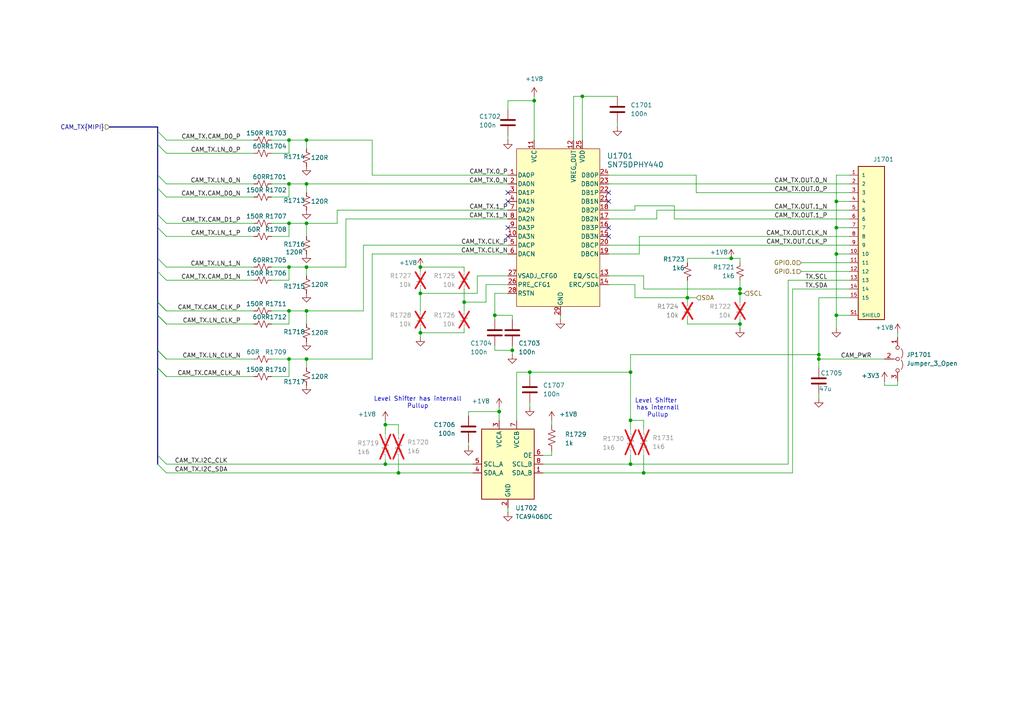
<source format=kicad_sch>
(kicad_sch (version 20250114) (generator "eeschema") (generator_version "9.0")
  (paper "A4")
  (title_block (date "2025-09-13") (rev "A"))
  (lib_symbols
    (symbol "Device:C" (pin_numbers (hide yes)) (pin_names (offset 0.254))
      (property "Reference" "C" (at 0.635 2.54 0))
      (property "Value" "C" (at 0.635 -2.54 0))
      (symbol "C_0_1"
        (polyline (pts (xy -2.032 0.762) (xy 2.032 0.762)) (stroke (width 0.508)))
        (polyline (pts (xy -2.032 -0.762) (xy 2.032 -0.762)) (stroke (width 0.508)))
      )
      (symbol "C_1_1"
        (pin passive line (at 0 3.81 270) (length 2.794) (name "~") (number "1"))
        (pin passive line (at 0 -3.81 90) (length 2.794) (name "~") (number "2"))
      )
    )
    (symbol "Device:R_Small_US" (pin_numbers (hide yes)) (pin_names (offset 0.254) (hide yes))
      (property "Reference" "R" (at 0.762 0.508 0))
      (property "Value" "R_Small_US" (at 0.762 -1.016 0))
      (symbol "R_Small_US_1_1"
        (polyline (pts (xy 0 1.524) (xy 1.016 1.143) (xy 0 0.762) (xy -1.016 0.381) (xy 0 0)))
        (polyline (pts (xy 0 0) (xy 1.016 -0.381) (xy 0 -0.762) (xy -1.016 -1.143) (xy 0 -1.524)))
        (pin passive line (at 0 2.54 270) (length 1.016) (name "~") (number "1"))
        (pin passive line (at 0 -2.54 90) (length 1.016) (name "~") (number "2"))
      )
    )
    (symbol "Device:R_US" (pin_numbers (hide yes)) (pin_names (offset 0))
      (property "Reference" "R" (at 2.54 0 90))
      (property "Value" "R_US" (at -2.54 0 90))
      (symbol "R_US_0_1"
        (polyline (pts (xy 0 2.286) (xy 0 2.54)))
        (polyline (pts (xy 0 2.286) (xy 1.016 1.905) (xy 0 1.524) (xy -1.016 1.143) (xy 0 0.762)))
        (polyline (pts (xy 0 0.762) (xy 1.016 0.381) (xy 0 0) (xy -1.016 -0.381) (xy 0 -0.762)))
        (polyline (pts (xy 0 -0.762) (xy 1.016 -1.143) (xy 0 -1.524) (xy -1.016 -1.905) (xy 0 -2.286)))
        (polyline (pts (xy 0 -2.286) (xy 0 -2.54)))
      )
      (symbol "R_US_1_1"
        (pin passive line (at 0 3.81 270) (length 1.27) (name "~") (number "1"))
        (pin passive line (at 0 -3.81 90) (length 1.27) (name "~") (number "2"))
      )
    )
    (symbol "Interface:TCA9406DC"
      (property "Reference" "U" (at -7.62 11.43 0))
      (property "Value" "TCA9406DC" (at 5.08 11.43 0))
      (symbol "TCA9406DC_0_1"
        (rectangle (start -7.62 10.16) (end 7.62 -10.16) (stroke (width 0.254)) (fill (type background)))
      )
      (symbol "TCA9406DC_1_1"
        (pin bidirectional line (at -10.16 0 0) (length 2.54) (name "SCL_A") (number "5"))
        (pin bidirectional line (at -10.16 -2.54 0) (length 2.54) (name "SDA_A") (number "4"))
        (pin power_in line (at -2.54 12.7 270) (length 2.54) (name "VCCA") (number "3"))
        (pin power_in line (at 0 -12.7 90) (length 2.54) (name "GND") (number "2"))
        (pin power_in line (at 2.54 12.7 270) (length 2.54) (name "VCCB") (number "7"))
        (pin input line (at 10.16 2.54 180) (length 2.54) (name "OE") (number "6"))
        (pin bidirectional line (at 10.16 0 180) (length 2.54) (name "SCL_B") (number "8"))
        (pin bidirectional line (at 10.16 -2.54 180) (length 2.54) (name "SDA_B") (number "1"))
      )
    )
    (symbol "Jumper:Jumper_3_Open" (pin_names (offset 0) (hide yes)) (in_bom no)
      (property "Reference" "JP" (at -2.54 -2.54 0))
      (property "Value" "Jumper_3_Open" (at 0 2.794 0))
      (symbol "Jumper_3_Open_0_0"
        (circle (center -3.302 0) (radius 0.508))
        (circle (center 0 0) (radius 0.508))
        (circle (center 3.302 0) (radius 0.508))
      )
      (symbol "Jumper_3_Open_0_1"
        (arc (start -3.048 1.016) (mid -1.651 1.4992) (end -0.254 1.016))
        (polyline (pts (xy 0 -0.508) (xy 0 -1.27)))
        (arc (start 0.254 1.016) (mid 1.651 1.4992) (end 3.048 1.016))
      )
      (symbol "Jumper_3_Open_1_1"
        (pin passive line (at -6.35 0 0) (length 2.54) (name "A") (number "1"))
        (pin passive line (at 0 -3.81 90) (length 2.54) (name "C") (number "2"))
        (pin passive line (at 6.35 0 180) (length 2.54) (name "B") (number "3"))
      )
    )
    (symbol "SN75DPHY:SN75DPHY440SSRHRT" (pin_names (offset 0.254))
      (property "Reference" "U" (at 20.574 -18.542 0))
      (property "Value" "SN75DPHY440" (at 21.59 -28.702 0))
      (symbol "SN75DPHY440SSRHRT_0_1"
        (pin bidirectional line (at 6.35 -2.54 0) (length 2.54) (name "DA0P") (number "1"))
        (pin bidirectional line (at 6.35 -5.08 0) (length 2.54) (name "DA0N") (number "2"))
        (pin bidirectional line (at 6.35 -7.62 0) (length 2.54) (name "DA1P") (number "3"))
        (pin bidirectional line (at 6.35 -10.16 0) (length 2.54) (name "DA1N") (number "4"))
        (pin bidirectional line (at 6.35 -12.7 0) (length 2.54) (name "DA2P") (number "7"))
        (pin bidirectional line (at 6.35 -15.24 0) (length 2.54) (name "DA2N") (number "8"))
        (pin bidirectional line (at 6.35 -17.78 0) (length 2.54) (name "DA3P") (number "9"))
        (pin bidirectional line (at 6.35 -20.32 0) (length 2.54) (name "DA3N") (number "10"))
        (pin bidirectional line (at 6.35 -22.86 0) (length 2.54) (name "DACP") (number "5"))
        (pin bidirectional line (at 6.35 -25.4 0) (length 2.54) (name "DACN") (number "6"))
        (pin unspecified line (at 6.35 -31.75 0) (length 2.54) (name "VSADJ_CFG0") (number "27"))
        (pin unspecified line (at 6.35 -34.29 0) (length 2.54) (name "PRE_CFG1") (number "26"))
        (pin unspecified line (at 6.35 -36.83 0) (length 2.54) (name "RSTN") (number "28"))
        (pin power_in line (at 13.97 7.62 270) (length 2.54) (name "VCC") (number "11"))
        (pin output line (at 25.4 7.62 270) (length 2.54) (name "VREG_OUT") (number "12"))
        (pin power_in line (at 27.94 7.62 270) (length 2.54) (name "VDD") (number "25"))
        (pin bidirectional line (at 35.56 -2.54 180) (length 2.54) (name "DB0P") (number "24"))
        (pin bidirectional line (at 35.56 -5.08 180) (length 2.54) (name "DB0N") (number "23"))
        (pin bidirectional line (at 35.56 -7.62 180) (length 2.54) (name "DB1P") (number "22"))
        (pin bidirectional line (at 35.56 -10.16 180) (length 2.54) (name "DB1N") (number "21"))
        (pin bidirectional line (at 35.56 -12.7 180) (length 2.54) (name "DB2P") (number "18"))
        (pin bidirectional line (at 35.56 -15.24 180) (length 2.54) (name "DB2N") (number "17"))
        (pin bidirectional line (at 35.56 -17.78 180) (length 2.54) (name "DB3P") (number "16"))
        (pin bidirectional line (at 35.56 -20.32 180) (length 2.54) (name "DB3N") (number "15"))
        (pin bidirectional line (at 35.56 -22.86 180) (length 2.54) (name "DBCP") (number "20"))
        (pin bidirectional line (at 35.56 -25.4 180) (length 2.54) (name "DBCN") (number "19"))
        (pin bidirectional line (at 35.56 -31.75 180) (length 2.54) (name "EQ/SCL") (number "13"))
        (pin bidirectional line (at 35.56 -34.29 180) (length 2.54) (name "ERC/SDA") (number "14"))
      )
      (symbol "SN75DPHY440SSRHRT_1_1"
        (rectangle (start 8.89 5.08) (end 33.02 -40.64) (fill (type background)))
        (pin power_in line (at 21.59 -43.18 90) (length 2.54) (name "GND") (number "29"))
      )
    )
    (symbol "camera1:SFW15R-2STE1LF" (pin_names (offset 1.016))
      (property "Reference" "J" (at -7.112 24.13 0))
      (property "Value" "SFW15R-2STE1LF" (at -7.62 -27.94 0))
      (symbol "SFW15R-2STE1LF_0_0"
        (rectangle (start -7.62 22.86) (end 0 -21.59) (stroke (width 0.254)) (fill (type background)))
        (pin passive line (at -10.16 20.32 0) (length 2.54) (name "1") (number "1"))
        (pin passive line (at -10.16 17.78 0) (length 2.54) (name "2") (number "2"))
        (pin passive line (at -10.16 15.24 0) (length 2.54) (name "3") (number "3"))
        (pin passive line (at -10.16 12.7 0) (length 2.54) (name "4") (number "4"))
        (pin passive line (at -10.16 10.16 0) (length 2.54) (name "5") (number "5"))
        (pin passive line (at -10.16 7.62 0) (length 2.54) (name "6") (number "6"))
        (pin passive line (at -10.16 5.08 0) (length 2.54) (name "7") (number "7"))
        (pin passive line (at -10.16 2.54 0) (length 2.54) (name "8") (number "8"))
        (pin passive line (at -10.16 0 0) (length 2.54) (name "9") (number "9"))
        (pin passive line (at -10.16 -2.54 0) (length 2.54) (name "10") (number "10"))
        (pin passive line (at -10.16 -5.08 0) (length 2.54) (name "11") (number "11"))
        (pin passive line (at -10.16 -7.62 0) (length 2.54) (name "12") (number "12"))
        (pin passive line (at -10.16 -10.16 0) (length 2.54) (name "13") (number "13"))
        (pin passive line (at -10.16 -12.7 0) (length 2.54) (name "14") (number "14"))
        (pin passive line (at -10.16 -15.24 0) (length 2.54) (name "15") (number "15"))
        (pin passive line (at -10.16 -20.32 0) (length 2.54) (name "SHIELD") (number "S1"))
        (pin passive line (at -10.16 -20.32 0) (length 2.54) (hide yes) (name "SHIELD__1") (number "S2"))
      )
    )
    (symbol "power:+1V8" (power) (pin_numbers (hide yes)) (pin_names (offset 0) (hide yes))
      (property "Value" "+1V8" (at 0 3.556 0))
      (symbol "+1V8_0_1"
        (polyline (pts (xy -0.762 1.27) (xy 0 2.54)))
        (polyline (pts (xy 0 2.54) (xy 0.762 1.27)))
        (polyline (pts (xy 0 0) (xy 0 2.54)))
      )
      (symbol "+1V8_1_1"
        (pin power_in line (at 0 0 90) (length 0) (name "~") (number "1"))
      )
    )
    (symbol "power:+3V3" (power) (pin_numbers (hide yes)) (pin_names (offset 0) (hide yes))
      (property "Value" "+3V3" (at 0 3.556 0))
      (symbol "+3V3_0_1"
        (polyline (pts (xy -0.762 1.27) (xy 0 2.54)))
        (polyline (pts (xy 0 2.54) (xy 0.762 1.27)))
        (polyline (pts (xy 0 0) (xy 0 2.54)))
      )
      (symbol "+3V3_1_1"
        (pin power_in line (at 0 0 90) (length 0) (name "~") (number "1"))
      )
    )
    (symbol "power:GND" (power) (pin_numbers (hide yes)) (pin_names (offset 0) (hide yes))
      (property "Value" "GND" (at 0 -3.81 0))
      (symbol "GND_0_1"
        (polyline (pts (xy 0 0) (xy 0 -1.27) (xy 1.27 -1.27) (xy 0 -2.54) (xy -1.27 -1.27) (xy 0 -1.27)))
      )
      (symbol "GND_1_1"
        (pin power_in line (at 0 0 270) (length 0) (name "~") (number "1"))
      )
    )
  )
  (text "Level Shifter has internall\nPullup" (at 121.158 116.84 0) (effects (font (size 1.27 1.27))))
  (text "Level Shifter \nhas internall\nPullup" (at 190.754 118.364 0) (effects (font (size 1.27 1.27))))
  (junction (at 182.88 121.92))
  (junction (at 242.57 91.44))
  (junction (at 214.63 93.98))
  (junction (at 121.92 85.09))
  (junction (at 237.49 102.87))
  (junction (at 134.62 87.63))
  (junction (at 111.76 134.62))
  (junction (at 186.69 137.16))
  (junction (at 242.57 58.42))
  (junction (at 83.82 53.34))
  (junction (at 111.76 123.19))
  (junction (at 83.82 104.14))
  (junction (at 148.59 101.6))
  (junction (at 182.88 107.95))
  (junction (at 214.63 85.09))
  (junction (at 154.94 29.21))
  (junction (at 168.91 27.94))
  (junction (at 83.82 90.17))
  (junction (at 214.63 83.82))
  (junction (at 121.92 96.52))
  (junction (at 143.51 91.44))
  (junction (at 153.67 107.95))
  (junction (at 199.39 86.36))
  (junction (at 121.92 77.47))
  (junction (at 83.82 40.64))
  (junction (at 242.57 73.66))
  (junction (at 83.82 77.47))
  (junction (at 88.9 77.47))
  (junction (at 88.9 90.17))
  (junction (at 242.57 66.04))
  (junction (at 182.88 134.62))
  (junction (at 237.49 104.14))
  (junction (at 144.78 119.38))
  (junction (at 212.09 74.93))
  (junction (at 115.57 137.16))
  (junction (at 88.9 53.34))
  (junction (at 88.9 104.14))
  (junction (at 88.9 40.64))
  (junction (at 83.82 64.77))
  (junction (at 88.9 64.77))
  (no_connect (at 147.32 68.58))
  (no_connect (at 176.53 66.04))
  (no_connect (at 176.53 55.88))
  (no_connect (at 147.32 55.88))
  (no_connect (at 147.32 58.42))
  (no_connect (at 147.32 66.04))
  (no_connect (at 176.53 68.58))
  (no_connect (at 176.53 58.42))
  (bus_entry (at 45.72 106.68) (size 2.54 2.54))
  (bus_entry (at 45.72 38.1) (size 2.54 2.54))
  (bus_entry (at 45.72 101.6) (size 2.54 2.54))
  (bus_entry (at 45.72 66.04) (size 2.54 2.54))
  (bus_entry (at 45.72 78.74) (size 2.54 2.54))
  (bus_entry (at 45.72 50.8) (size 2.54 2.54))
  (bus_entry (at 45.72 91.44) (size 2.54 2.54))
  (bus_entry (at 45.72 54.61) (size 2.54 2.54))
  (bus_entry (at 45.72 41.91) (size 2.54 2.54))
  (bus_entry (at 45.72 101.6) (size 2.54 2.54))
  (bus_entry (at 45.72 62.23) (size 2.54 2.54))
  (bus_entry (at 45.72 106.68) (size 2.54 2.54))
  (bus_entry (at 45.72 91.44) (size 2.54 2.54))
  (bus_entry (at 45.72 87.63) (size 2.54 2.54))
  (bus_entry (at 45.72 134.62) (size 2.54 2.54))
  (bus_entry (at 45.72 132.08) (size 2.54 2.54))
  (bus_entry (at 45.72 74.93) (size 2.54 2.54))
  (bus_entry (at 45.72 87.63) (size 2.54 2.54))
  (wire (pts (xy 88.9 80.01) (xy 88.9 77.47)))
  (wire (pts (xy 229.87 83.82) (xy 246.38 83.82)))
  (wire (pts (xy 184.15 59.69) (xy 184.15 60.96)))
  (wire (pts (xy 48.26 81.28) (xy 73.66 81.28)))
  (wire (pts (xy 153.67 118.11) (xy 153.67 116.84)))
  (wire (pts (xy 105.41 71.12) (xy 105.41 90.17)))
  (bus (pts (xy 45.72 66.04) (xy 45.72 74.93)))
  (bus (pts (xy 45.72 36.83) (xy 31.75 36.83)))
  (wire (pts (xy 186.69 83.82) (xy 214.63 83.82)))
  (wire (pts (xy 186.69 80.01) (xy 186.69 83.82)))
  (wire (pts (xy 176.53 82.55) (xy 184.15 82.55)))
  (wire (pts (xy 237.49 114.3) (xy 237.49 115.57)))
  (wire (pts (xy 134.62 77.47) (xy 121.92 77.47)))
  (wire (pts (xy 121.92 96.52) (xy 121.92 97.79)))
  (wire (pts (xy 148.59 91.44) (xy 148.59 92.71)))
  (wire (pts (xy 88.9 104.14) (xy 83.82 104.14)))
  (wire (pts (xy 148.59 91.44) (xy 143.51 91.44)))
  (bus (pts (xy 45.72 54.61) (xy 45.72 50.8)))
  (wire (pts (xy 154.94 29.21) (xy 154.94 40.64)))
  (wire (pts (xy 214.63 83.82) (xy 214.63 85.09)))
  (wire (pts (xy 100.33 77.47) (xy 100.33 63.5)))
  (bus (pts (xy 45.72 50.8) (xy 45.72 41.91)))
  (wire (pts (xy 107.95 73.66) (xy 107.95 104.14)))
  (wire (pts (xy 184.15 86.36) (xy 199.39 86.36)))
  (wire (pts (xy 256.54 111.76) (xy 260.35 111.76)))
  (wire (pts (xy 97.79 60.96) (xy 97.79 64.77)))
  (wire (pts (xy 260.35 111.76) (xy 260.35 110.49)))
  (wire (pts (xy 115.57 125.73) (xy 115.57 123.19)))
  (wire (pts (xy 134.62 83.82) (xy 134.62 87.63)))
  (wire (pts (xy 48.26 137.16) (xy 115.57 137.16)))
  (wire (pts (xy 214.63 74.93) (xy 212.09 74.93)))
  (wire (pts (xy 214.63 81.28) (xy 214.63 83.82)))
  (wire (pts (xy 182.88 107.95) (xy 182.88 121.92)))
  (bus (pts (xy 45.72 66.04) (xy 45.72 62.23)))
  (wire (pts (xy 162.56 92.71) (xy 162.56 91.44)))
  (wire (pts (xy 186.69 132.08) (xy 186.69 137.16)))
  (wire (pts (xy 199.39 74.93) (xy 212.09 74.93)))
  (wire (pts (xy 143.51 91.44) (xy 143.51 92.71)))
  (wire (pts (xy 228.6 81.28) (xy 228.6 134.62)))
  (wire (pts (xy 83.82 93.98) (xy 78.74 93.98)))
  (wire (pts (xy 199.39 86.36) (xy 199.39 87.63)))
  (wire (pts (xy 195.58 59.69) (xy 184.15 59.69)))
  (wire (pts (xy 242.57 73.66) (xy 246.38 73.66)))
  (wire (pts (xy 88.9 77.47) (xy 100.33 77.47)))
  (wire (pts (xy 83.82 64.77) (xy 83.82 68.58)))
  (wire (pts (xy 160.02 132.08) (xy 157.48 132.08)))
  (wire (pts (xy 182.88 121.92) (xy 186.69 121.92)))
  (wire (pts (xy 214.63 92.71) (xy 214.63 93.98)))
  (wire (pts (xy 134.62 77.47) (xy 134.62 78.74)))
  (wire (pts (xy 256.54 111.76) (xy 256.54 110.49)))
  (bus (pts (xy 45.72 132.08) (xy 45.72 134.62)))
  (wire (pts (xy 48.26 40.64) (xy 73.66 40.64)))
  (wire (pts (xy 176.53 53.34) (xy 246.38 53.34)))
  (wire (pts (xy 48.26 77.47) (xy 73.66 77.47)))
  (wire (pts (xy 160.02 121.92) (xy 160.02 123.19)))
  (wire (pts (xy 237.49 86.36) (xy 246.38 86.36)))
  (wire (pts (xy 154.94 27.94) (xy 154.94 29.21)))
  (wire (pts (xy 242.57 58.42) (xy 242.57 66.04)))
  (wire (pts (xy 214.63 85.09) (xy 214.63 87.63)))
  (wire (pts (xy 153.67 109.22) (xy 153.67 107.95)))
  (wire (pts (xy 242.57 66.04) (xy 246.38 66.04)))
  (wire (pts (xy 157.48 137.16) (xy 186.69 137.16)))
  (wire (pts (xy 88.9 90.17) (xy 83.82 90.17)))
  (wire (pts (xy 97.79 60.96) (xy 147.32 60.96)))
  (wire (pts (xy 83.82 68.58) (xy 78.74 68.58)))
  (wire (pts (xy 182.88 121.92) (xy 182.88 124.46)))
  (wire (pts (xy 121.92 85.09) (xy 121.92 90.17)))
  (wire (pts (xy 179.07 35.56) (xy 179.07 36.83)))
  (wire (pts (xy 107.95 50.8) (xy 107.95 40.64)))
  (wire (pts (xy 166.37 27.94) (xy 168.91 27.94)))
  (wire (pts (xy 88.9 104.14) (xy 107.95 104.14)))
  (wire (pts (xy 201.93 86.36) (xy 199.39 86.36)))
  (wire (pts (xy 143.51 101.6) (xy 143.51 100.33)))
  (wire (pts (xy 48.26 53.34) (xy 73.66 53.34)))
  (wire (pts (xy 195.58 63.5) (xy 246.38 63.5)))
  (wire (pts (xy 48.26 44.45) (xy 73.66 44.45)))
  (wire (pts (xy 83.82 104.14) (xy 78.74 104.14)))
  (wire (pts (xy 184.15 82.55) (xy 184.15 86.36)))
  (wire (pts (xy 148.59 100.33) (xy 148.59 101.6)))
  (wire (pts (xy 147.32 39.37) (xy 147.32 40.64)))
  (wire (pts (xy 214.63 93.98) (xy 214.63 95.25)))
  (wire (pts (xy 176.53 71.12) (xy 246.38 71.12)))
  (wire (pts (xy 138.43 80.01) (xy 147.32 80.01)))
  (wire (pts (xy 199.39 76.2) (xy 199.39 74.93)))
  (wire (pts (xy 147.32 85.09) (xy 143.51 85.09)))
  (wire (pts (xy 237.49 104.14) (xy 256.54 104.14)))
  (wire (pts (xy 237.49 102.87) (xy 237.49 104.14)))
  (wire (pts (xy 121.92 85.09) (xy 138.43 85.09)))
  (bus (pts (xy 45.72 91.44) (xy 45.72 87.63)))
  (wire (pts (xy 78.74 81.28) (xy 83.82 81.28)))
  (wire (pts (xy 83.82 109.22) (xy 83.82 104.14)))
  (wire (pts (xy 185.42 68.58) (xy 185.42 73.66)))
  (wire (pts (xy 195.58 59.69) (xy 195.58 63.5)))
  (wire (pts (xy 232.41 78.74) (xy 246.38 78.74)))
  (wire (pts (xy 186.69 137.16) (xy 229.87 137.16)))
  (bus (pts (xy 45.72 101.6) (xy 45.72 106.68)))
  (wire (pts (xy 147.32 147.32) (xy 147.32 148.59)))
  (wire (pts (xy 83.82 40.64) (xy 88.9 40.64)))
  (wire (pts (xy 88.9 64.77) (xy 97.79 64.77)))
  (wire (pts (xy 168.91 27.94) (xy 179.07 27.94)))
  (wire (pts (xy 157.48 134.62) (xy 182.88 134.62)))
  (wire (pts (xy 176.53 73.66) (xy 185.42 73.66)))
  (bus (pts (xy 45.72 101.6) (xy 45.72 91.44)))
  (wire (pts (xy 182.88 132.08) (xy 182.88 134.62)))
  (wire (pts (xy 182.88 107.95) (xy 182.88 102.87)))
  (wire (pts (xy 228.6 81.28) (xy 246.38 81.28)))
  (wire (pts (xy 134.62 87.63) (xy 140.97 87.63)))
  (wire (pts (xy 260.35 96.52) (xy 260.35 97.79)))
  (wire (pts (xy 190.5 60.96) (xy 246.38 60.96)))
  (wire (pts (xy 111.76 121.92) (xy 111.76 123.19)))
  (wire (pts (xy 83.82 90.17) (xy 83.82 93.98)))
  (wire (pts (xy 190.5 63.5) (xy 176.53 63.5)))
  (wire (pts (xy 166.37 27.94) (xy 166.37 40.64)))
  (wire (pts (xy 229.87 83.82) (xy 229.87 137.16)))
  (wire (pts (xy 232.41 76.2) (xy 246.38 76.2)))
  (wire (pts (xy 48.26 93.98) (xy 73.66 93.98)))
  (wire (pts (xy 48.26 109.22) (xy 73.66 109.22)))
  (wire (pts (xy 88.9 93.98) (xy 88.9 90.17)))
  (wire (pts (xy 215.9 85.09) (xy 214.63 85.09)))
  (wire (pts (xy 149.86 107.95) (xy 149.86 121.92)))
  (wire (pts (xy 88.9 77.47) (xy 83.82 77.47)))
  (wire (pts (xy 199.39 81.28) (xy 199.39 86.36)))
  (wire (pts (xy 105.41 71.12) (xy 147.32 71.12)))
  (wire (pts (xy 237.49 104.14) (xy 237.49 106.68)))
  (wire (pts (xy 121.92 96.52) (xy 134.62 96.52)))
  (wire (pts (xy 83.82 77.47) (xy 78.74 77.47)))
  (wire (pts (xy 176.53 80.01) (xy 186.69 80.01)))
  (wire (pts (xy 199.39 92.71) (xy 199.39 93.98)))
  (wire (pts (xy 184.15 60.96) (xy 176.53 60.96)))
  (wire (pts (xy 214.63 74.93) (xy 214.63 76.2)))
  (wire (pts (xy 88.9 53.34) (xy 147.32 53.34)))
  (wire (pts (xy 48.26 57.15) (xy 73.66 57.15)))
  (wire (pts (xy 121.92 95.25) (xy 121.92 96.52)))
  (wire (pts (xy 78.74 64.77) (xy 83.82 64.77)))
  (wire (pts (xy 140.97 82.55) (xy 147.32 82.55)))
  (wire (pts (xy 88.9 64.77) (xy 83.82 64.77)))
  (wire (pts (xy 135.89 119.38) (xy 144.78 119.38)))
  (wire (pts (xy 140.97 82.55) (xy 140.97 87.63)))
  (wire (pts (xy 242.57 91.44) (xy 242.57 95.25)))
  (wire (pts (xy 88.9 106.68) (xy 88.9 104.14)))
  (wire (pts (xy 83.82 57.15) (xy 83.82 53.34)))
  (bus (pts (xy 45.72 78.74) (xy 45.72 87.63)))
  (bus (pts (xy 45.72 38.1) (xy 45.72 36.83)))
  (wire (pts (xy 242.57 73.66) (xy 242.57 91.44)))
  (wire (pts (xy 201.93 55.88) (xy 246.38 55.88)))
  (wire (pts (xy 242.57 91.44) (xy 246.38 91.44)))
  (wire (pts (xy 48.26 90.17) (xy 73.66 90.17)))
  (wire (pts (xy 144.78 118.11) (xy 144.78 119.38)))
  (wire (pts (xy 147.32 29.21) (xy 154.94 29.21)))
  (wire (pts (xy 242.57 66.04) (xy 242.57 73.66)))
  (wire (pts (xy 115.57 137.16) (xy 137.16 137.16)))
  (wire (pts (xy 242.57 50.8) (xy 242.57 58.42)))
  (wire (pts (xy 83.82 53.34) (xy 78.74 53.34)))
  (wire (pts (xy 100.33 63.5) (xy 147.32 63.5)))
  (wire (pts (xy 135.89 128.27) (xy 135.89 129.54)))
  (wire (pts (xy 186.69 124.46) (xy 186.69 121.92)))
  (bus (pts (xy 45.72 78.74) (xy 45.72 74.93)))
  (wire (pts (xy 168.91 40.64) (xy 168.91 27.94)))
  (wire (pts (xy 176.53 50.8) (xy 201.93 50.8)))
  (wire (pts (xy 111.76 133.35) (xy 111.76 134.62)))
  (wire (pts (xy 78.74 109.22) (xy 83.82 109.22)))
  (wire (pts (xy 147.32 50.8) (xy 107.95 50.8)))
  (wire (pts (xy 153.67 107.95) (xy 182.88 107.95)))
  (wire (pts (xy 242.57 58.42) (xy 246.38 58.42)))
  (wire (pts (xy 83.82 40.64) (xy 83.82 44.45)))
  (wire (pts (xy 88.9 40.64) (xy 107.95 40.64)))
  (wire (pts (xy 48.26 68.58) (xy 73.66 68.58)))
  (wire (pts (xy 148.59 101.6) (xy 143.51 101.6)))
  (wire (pts (xy 88.9 90.17) (xy 105.41 90.17)))
  (wire (pts (xy 78.74 40.64) (xy 83.82 40.64)))
  (wire (pts (xy 107.95 73.66) (xy 147.32 73.66)))
  (wire (pts (xy 201.93 55.88) (xy 201.93 50.8)))
  (wire (pts (xy 83.82 44.45) (xy 78.74 44.45)))
  (wire (pts (xy 88.9 68.58) (xy 88.9 64.77)))
  (wire (pts (xy 160.02 130.81) (xy 160.02 132.08)))
  (wire (pts (xy 48.26 134.62) (xy 111.76 134.62)))
  (wire (pts (xy 147.32 29.21) (xy 147.32 31.75)))
  (wire (pts (xy 182.88 102.87) (xy 237.49 102.87)))
  (wire (pts (xy 144.78 119.38) (xy 144.78 121.92)))
  (bus (pts (xy 45.72 62.23) (xy 45.72 54.61)))
  (wire (pts (xy 88.9 55.88) (xy 88.9 53.34)))
  (wire (pts (xy 153.67 107.95) (xy 149.86 107.95)))
  (wire (pts (xy 148.59 102.87) (xy 148.59 101.6)))
  (bus (pts (xy 45.72 41.91) (xy 45.72 38.1)))
  (wire (pts (xy 182.88 134.62) (xy 228.6 134.62)))
  (wire (pts (xy 115.57 133.35) (xy 115.57 137.16)))
  (wire (pts (xy 134.62 87.63) (xy 134.62 90.17)))
  (wire (pts (xy 83.82 81.28) (xy 83.82 77.47)))
  (wire (pts (xy 199.39 93.98) (xy 214.63 93.98)))
  (wire (pts (xy 78.74 57.15) (xy 83.82 57.15)))
  (wire (pts (xy 78.74 90.17) (xy 83.82 90.17)))
  (bus (pts (xy 45.72 106.68) (xy 45.72 132.08)))
  (wire (pts (xy 237.49 86.36) (xy 237.49 102.87)))
  (wire (pts (xy 190.5 60.96) (xy 190.5 63.5)))
  (wire (pts (xy 246.38 68.58) (xy 185.42 68.58)))
  (wire (pts (xy 121.92 78.74) (xy 121.92 77.47)))
  (wire (pts (xy 138.43 85.09) (xy 138.43 80.01)))
  (wire (pts (xy 88.9 43.18) (xy 88.9 40.64)))
  (wire (pts (xy 111.76 123.19) (xy 111.76 125.73)))
  (wire (pts (xy 134.62 95.25) (xy 134.62 96.52)))
  (wire (pts (xy 121.92 83.82) (xy 121.92 85.09)))
  (wire (pts (xy 135.89 119.38) (xy 135.89 120.65)))
  (wire (pts (xy 48.26 104.14) (xy 73.66 104.14)))
  (wire (pts (xy 246.38 50.8) (xy 242.57 50.8)))
  (wire (pts (xy 88.9 53.34) (xy 83.82 53.34)))
  (wire (pts (xy 143.51 85.09) (xy 143.51 91.44)))
  (wire (pts (xy 48.26 64.77) (xy 73.66 64.77)))
  (wire (pts (xy 115.57 123.19) (xy 111.76 123.19)))
  (wire (pts (xy 111.76 134.62) (xy 137.16 134.62)))
  (label "CAM_TX.OUT.0_P" (at 240.03 55.88 180))
  (label "CAM_TX.CAM_D1_P" (at 69.85 64.77 180))
  (label "CAM_TX.0_P" (at 147.32 50.8 180))
  (label "CAM_TX.LN_1_N" (at 69.85 77.47 180))
  (label "CAM_TX.CAM_CLK_N" (at 69.85 109.22 180))
  (label "CAM_TX.LN_0_P" (at 69.85 44.45 180))
  (label "CAM_TX.LN_0_N" (at 69.85 53.34 180))
  (label "TX.SDA" (at 240.03 83.82 180))
  (label "CAM_TX.CAM_D0_N" (at 69.85 57.15 180))
  (label "CAM_TX.CLK_P" (at 147.32 71.12 180))
  (label "CAM_TX.OUT.CLK_N" (at 240.03 68.58 180))
  (label "CAM_TX.0_N" (at 147.32 53.34 180))
  (label "CAM_TX.CAM_D0_P" (at 69.85 40.64 180))
  (label "CAM_TX.LN_1_P" (at 69.85 68.58 180))
  (label "CAM_TX.I2C_SDA" (at 66.04 137.16 180))
  (label "CAM_TX.CLK_N" (at 147.32 73.66 180))
  (label "CAM_TX.LN_CLK_N" (at 69.85 104.14 180))
  (label "CAM_TX.OUT.0_N" (at 240.03 53.34 180))
  (label "CAM_PWR" (at 243.84 104.14 0))
  (label "CAM_TX.1_P" (at 147.32 60.96 180))
  (label "CAM_TX.1_N" (at 147.32 63.5 180))
  (label "CAM_TX.LN_CLK_P" (at 69.85 93.98 180))
  (label "CAM_TX.I2C_CLK" (at 66.04 134.62 180))
  (label "CAM_TX.OUT.1_P" (at 240.03 63.5 180))
  (label "CAM_TX.OUT.1_N" (at 240.03 60.96 180))
  (label "CAM_TX.CAM_CLK_P" (at 69.85 90.17 180))
  (label "CAM_TX.OUT.CLK_P" (at 240.03 71.12 180))
  (label "CAM_TX.CAM_D1_N" (at 69.85 81.28 180))
  (label "TX.SCL" (at 240.03 81.28 180))
  (hierarchical_label "GPIO.0" (shape input) (at 232.41 76.2 180))
  (hierarchical_label "CAM_TX{MIPI}" (shape input) (at 31.75 36.83 180))
  (hierarchical_label "SDA" (shape input) (at 201.93 86.36 0))
  (hierarchical_label "SCL" (shape input) (at 215.9 85.09 0))
  (hierarchical_label "GPIO.1" (shape input) (at 232.41 78.74 180))
  (symbol (lib_id "Jumper:Jumper_3_Open") (at 260.35 104.14 270) (unit 1) (in_bom no)
    (property "Reference" "JP1701" (at 262.89 102.8699 90) (effects (justify left)))
    (property "Value" "Jumper_3_Open" (at 262.89 105.4099 90) (effects (justify left)))
    (property "Footprint" "Jumper:SolderJumper-3_P1.3mm_Open_Pad1.0x1.5mm_NumberLabels" (effects (hide yes)))
    (property "Description" "Jumper, 3-pole, both open" (effects (hide yes)))
  )
  (symbol (lib_id "Device:C") (at 237.49 110.49 0) (unit 1)
    (property "Reference" "C1705" (at 237.998 108.204 0) (effects (justify left)))
    (property "Value" "47u" (at 237.49 112.776 0) (effects (justify left)))
    (property "Footprint" "Capacitor_SMD:C_1210_3225Metric" (effects (hide yes)))
    (property "Description" "Unpolarized capacitor" (effects (hide yes)))
    (property "PART_NUMBER" "CL32A476KPJNNNE" (effects (hide yes)))
    (property "JLCPCB Part#" "C525654" (effects (hide yes)))
  )
  (symbol (lib_id "power:GND") (at 162.56 92.71 0) (unit 1)
    (property "Reference" "#PWR01712" (effects (hide yes)))
    (property "Value" "GND" (effects (hide yes)))
    (property "Description" "Power symbol creates a global label with name \"GND\" , ground" (effects (hide yes)))
  )
  (symbol (lib_id "Device:R_Small_US") (at 76.2 44.45 90) (unit 1)
    (property "Reference" "R1704" (at 80.01 42.418 90))
    (property "Value" "60R" (at 75.184 42.418 90))
    (property "Footprint" "Resistor_SMD:R_0402_1005Metric" (effects (hide yes)))
    (property "Description" "Resistor, small US symbol" (effects (hide yes)))
    (property "PART_NUMBER" "AC0402FR-7W60R4L" (effects (hide yes)))
    (property "JLCPCB Part#" "C6491855" (effects (hide yes)))
  )
  (symbol (lib_id "Device:R_Small_US") (at 76.2 90.17 90) (unit 1)
    (property "Reference" "R1711" (at 80.01 88.138 90))
    (property "Value" "150R" (at 73.914 88.138 90))
    (property "Footprint" "Resistor_SMD:R_0402_1005Metric" (effects (hide yes)))
    (property "Description" "Resistor, small US symbol" (effects (hide yes)))
    (property "PART_NUMBER" "ERJ2GEJ151X" (effects (hide yes)))
    (property "JLCPCB Part#" "C412976" (effects (hide yes)))
  )
  (symbol (lib_id "power:GND") (at 179.07 36.83 0) (unit 1)
    (property "Reference" "#PWR01711" (effects (hide yes)))
    (property "Value" "GND" (effects (hide yes)))
    (property "Description" "Power symbol creates a global label with name \"GND\" , ground" (effects (hide yes)))
  )
  (symbol (lib_id "power:GND") (at 88.9 99.06 0) (unit 1)
    (property "Reference" "#PWR01706" (effects (hide yes)))
    (property "Value" "GND" (effects (hide yes)))
    (property "Description" "Power symbol creates a global label with name \"GND\" , ground" (effects (hide yes)))
  )
  (symbol (lib_id "Device:C") (at 143.51 96.52 0) (unit 1)
    (property "Reference" "C1704" (at 136.398 99.568 0) (effects (justify left)))
    (property "Value" "100n" (at 136.398 102.108 0) (effects (justify left)))
    (property "Footprint" "Capacitor_SMD:C_0402_1005Metric" (effects (hide yes)))
    (property "Description" "Unpolarized capacitor" (effects (hide yes)))
    (property "PART_NUMBER" "CL05B104KO5NNNC" (effects (hide yes)))
    (property "JLCPCB Part#" "C1525" (effects (hide yes)))
  )
  (symbol (lib_id "power:+1V8") (at 144.78 118.11 0) (unit 1)
    (property "Reference" "#PWR01722" (effects (hide yes)))
    (property "Value" "+1V8" (at 139.446 116.332 0))
    (property "Description" "Power symbol creates a global label with name \"+1V8\"" (effects (hide yes)))
  )
  (symbol (lib_id "Device:C") (at 148.59 96.52 0) (unit 1)
    (property "Reference" "C1703" (at 150.368 99.568 0) (effects (justify left)))
    (property "Value" "100n" (at 150.368 102.108 0) (effects (justify left)))
    (property "Footprint" "Capacitor_SMD:C_0402_1005Metric" (effects (hide yes)))
    (property "Description" "Unpolarized capacitor" (effects (hide yes)))
    (property "PART_NUMBER" "CL05B104KO5NNNC" (effects (hide yes)))
    (property "JLCPCB Part#" "C1525" (effects (hide yes)))
  )
  (symbol (lib_id "power:+1V8") (at 154.94 27.94 0) (unit 1)
    (property "Reference" "#PWR01713" (effects (hide yes)))
    (property "Value" "+1V8" (at 154.94 22.86 0))
    (property "Description" "Power symbol creates a global label with name \"+1V8\"" (effects (hide yes)))
  )
  (symbol (lib_id "Device:R_Small_US") (at 76.2 104.14 90) (unit 1)
    (property "Reference" "R1709" (at 80.01 102.108 90))
    (property "Value" "60R" (at 73.406 102.108 90))
    (property "Footprint" "Resistor_SMD:R_0402_1005Metric" (effects (hide yes)))
    (property "Description" "Resistor, small US symbol" (effects (hide yes)))
    (property "PART_NUMBER" "AC0402FR-7W60R4L" (effects (hide yes)))
    (property "JLCPCB Part#" "C6491855" (effects (hide yes)))
  )
  (symbol (lib_id "Device:R_Small_US") (at 76.2 57.15 90) (unit 1)
    (property "Reference" "R1702" (at 80.01 55.118 90))
    (property "Value" "150R" (at 73.914 55.118 90))
    (property "Footprint" "Resistor_SMD:R_0402_1005Metric" (effects (hide yes)))
    (property "Description" "Resistor, small US symbol" (effects (hide yes)))
    (property "PART_NUMBER" "ERJ2GEJ151X" (effects (hide yes)))
    (property "JLCPCB Part#" "C412976" (effects (hide yes)))
  )
  (symbol (lib_id "power:GND") (at 88.9 111.76 0) (unit 1)
    (property "Reference" "#PWR01705" (effects (hide yes)))
    (property "Value" "GND" (effects (hide yes)))
    (property "Description" "Power symbol creates a global label with name \"GND\" , ground" (effects (hide yes)))
  )
  (symbol (lib_id "Device:R_Small_US") (at 88.9 82.55 180) (unit 1)
    (property "Reference" "R1715" (at 85.344 83.058 0))
    (property "Value" "120R" (at 92.71 82.55 0))
    (property "Footprint" "Resistor_SMD:R_0402_1005Metric" (effects (hide yes)))
    (property "Description" "Resistor, small US symbol" (effects (hide yes)))
    (property "PART_NUMBER" "ERJ2GEJ121X" (effects (hide yes)))
    (property "JLCPCB Part#" "C412974" (effects (hide yes)))
  )
  (symbol (lib_id "Device:R_Small_US") (at 199.39 78.74 0) (mirror y) (unit 1)
    (property "Reference" "R1723" (at 198.628 75.184 0) (effects (justify left)))
    (property "Value" "1k6" (at 198.628 77.724 0) (effects (justify left)))
    (property "Footprint" "Resistor_SMD:R_0402_1005Metric" (effects (hide yes)))
    (property "Description" "Resistor, small US symbol" (effects (hide yes)))
    (property "PART_NUMBER" "ERJ2GEJ162X" (effects (hide yes)))
    (property "JLCPCB Part#" "C412995" (effects (hide yes)))
  )
  (symbol (lib_id "power:GND") (at 214.63 95.25 0) (mirror y) (unit 1)
    (property "Reference" "#PWR01709" (effects (hide yes)))
    (property "Value" "GND" (effects (hide yes)))
    (property "Description" "Power symbol creates a global label with name \"GND\" , ground" (effects (hide yes)))
  )
  (symbol (lib_id "power:GND") (at 237.49 115.57 0) (unit 1)
    (property "Reference" "#PWR01707" (effects (hide yes)))
    (property "Value" "GND" (effects (hide yes)))
    (property "Description" "Power symbol creates a global label with name \"GND\" , ground" (effects (hide yes)))
  )
  (symbol (lib_id "Device:R_US") (at 182.88 128.27 0) (unit 1) (dnp yes)
    (property "Reference" "R1730" (at 174.752 127.254 0) (effects (justify left)))
    (property "Value" "1k6" (at 174.752 129.794 0) (effects (justify left)))
    (property "Footprint" "Resistor_SMD:R_0402_1005Metric" (effects (hide yes)))
    (property "Description" "Resistor, US symbol" (effects (hide yes)))
    (property "PART_NUMBER" "ERJ2GEJ162X" (effects (hide yes)))
  )
  (symbol (lib_id "Device:R_US") (at 160.02 127 0) (unit 1)
    (property "Reference" "R1729" (at 163.83 125.984 0) (effects (justify left)))
    (property "Value" "1k" (at 163.83 128.524 0) (effects (justify left)))
    (property "Footprint" "Resistor_SMD:R_0402_1005Metric" (effects (hide yes)))
    (property "Description" "Resistor, US symbol" (effects (hide yes)))
    (property "PART_NUMBER" "ERJ2RKF1001X" (effects (hide yes)))
    (property "JLCPCB Part#" "C242161" (effects (hide yes)))
  )
  (symbol (lib_id "Device:R_Small_US") (at 134.62 81.28 0) (mirror y) (unit 1) (dnp yes)
    (property "Reference" "R1725" (at 132.08 80.0099 0) (effects (justify left)))
    (property "Value" "10k" (at 132.08 82.5499 0) (effects (justify left)))
    (property "Footprint" "Resistor_SMD:R_0402_1005Metric" (effects (hide yes)))
    (property "Description" "Resistor, small US symbol" (effects (hide yes)))
    (property "PART_NUMBER" "ERJ2RKF1002X" (effects (hide yes)))
  )
  (symbol (lib_id "Device:C") (at 153.67 113.03 0) (unit 1)
    (property "Reference" "C1707" (at 157.48 111.7599 0) (effects (justify left)))
    (property "Value" "100n" (at 157.48 114.2999 0) (effects (justify left)))
    (property "Footprint" "Capacitor_SMD:C_0402_1005Metric" (effects (hide yes)))
    (property "Description" "Unpolarized capacitor" (effects (hide yes)))
    (property "PART_NUMBER" "CL05B104KO5NNNC" (effects (hide yes)))
    (property "JLCPCB Part#" "C1525" (effects (hide yes)))
  )
  (symbol (lib_id "Device:R_Small_US") (at 76.2 68.58 90) (unit 1)
    (property "Reference" "R1708" (at 80.01 66.548 90))
    (property "Value" "60R" (at 73.66 66.548 90))
    (property "Footprint" "Resistor_SMD:R_0402_1005Metric" (effects (hide yes)))
    (property "Description" "Resistor, small US symbol" (effects (hide yes)))
    (property "PART_NUMBER" "AC0402FR-7W60R4L" (effects (hide yes)))
    (property "JLCPCB Part#" "C6491855" (effects (hide yes)))
  )
  (symbol (lib_id "Device:R_Small_US") (at 121.92 81.28 0) (mirror y) (unit 1) (dnp yes)
    (property "Reference" "R1727" (at 119.38 80.0099 0) (effects (justify left)))
    (property "Value" "10k" (at 119.38 82.5499 0) (effects (justify left)))
    (property "Footprint" "Resistor_SMD:R_0402_1005Metric" (effects (hide yes)))
    (property "Description" "Resistor, small US symbol" (effects (hide yes)))
    (property "PART_NUMBER" "ERJ2RKF1002X" (effects (hide yes)))
  )
  (symbol (lib_id "power:GND") (at 88.9 48.26 0) (unit 1)
    (property "Reference" "#PWR01702" (effects (hide yes)))
    (property "Value" "GND" (effects (hide yes)))
    (property "Description" "Power symbol creates a global label with name \"GND\" , ground" (effects (hide yes)))
  )
  (symbol (lib_id "Device:R_Small_US") (at 76.2 40.64 90) (unit 1)
    (property "Reference" "R1703" (at 80.01 38.608 90))
    (property "Value" "150R" (at 73.914 38.608 90))
    (property "Footprint" "Resistor_SMD:R_0402_1005Metric" (effects (hide yes)))
    (property "Description" "Resistor, small US symbol" (effects (hide yes)))
    (property "PART_NUMBER" "ERJ2GEJ151X" (effects (hide yes)))
    (property "JLCPCB Part#" "C412976" (effects (hide yes)))
  )
  (symbol (lib_id "power:GND") (at 147.32 148.59 0) (unit 1)
    (property "Reference" "#PWR01723" (effects (hide yes)))
    (property "Value" "GND" (effects (hide yes)))
    (property "Description" "Power symbol creates a global label with name \"GND\" , ground" (effects (hide yes)))
  )
  (symbol (lib_id "power:+1V8") (at 121.92 77.47 0) (mirror y) (unit 1)
    (property "Reference" "#PWR01717" (effects (hide yes)))
    (property "Value" "+1V8" (at 118.364 76.2 0))
    (property "Description" "Power symbol creates a global label with name \"+1V8\"" (effects (hide yes)))
  )
  (symbol (lib_id "Device:R_Small_US") (at 199.39 90.17 0) (mirror y) (unit 1) (dnp yes)
    (property "Reference" "R1724" (at 196.85 88.8999 0) (effects (justify left)))
    (property "Value" "10k" (at 196.85 91.4399 0) (effects (justify left)))
    (property "Footprint" "Resistor_SMD:R_0402_1005Metric" (effects (hide yes)))
    (property "Description" "Resistor, small US symbol" (effects (hide yes)))
    (property "PART_NUMBER" "ERJ2RKF1002X" (effects (hide yes)))
  )
  (symbol (lib_id "power:+1V8") (at 212.09 74.93 0) (unit 1)
    (property "Reference" "#PWR01710" (effects (hide yes)))
    (property "Value" "+1V8" (at 208.534 73.152 0))
    (property "Description" "Power symbol creates a global label with name \"+1V8\"" (effects (hide yes)))
  )
  (symbol (lib_id "power:GND") (at 88.9 73.66 0) (unit 1)
    (property "Reference" "#PWR01704" (effects (hide yes)))
    (property "Value" "GND" (effects (hide yes)))
    (property "Description" "Power symbol creates a global label with name \"GND\" , ground" (effects (hide yes)))
  )
  (symbol (lib_id "Device:R_Small_US") (at 121.92 92.71 0) (mirror y) (unit 1) (dnp yes)
    (property "Reference" "R1728" (at 119.38 91.4399 0) (effects (justify left)))
    (property "Value" "10k" (at 119.38 93.9799 0) (effects (justify left)))
    (property "Footprint" "Resistor_SMD:R_0402_1005Metric" (effects (hide yes)))
    (property "Description" "Resistor, small US symbol" (effects (hide yes)))
    (property "PART_NUMBER" "ERJ2RKF1002X" (effects (hide yes)))
  )
  (symbol (lib_id "Device:R_Small_US") (at 88.9 58.42 180) (unit 1)
    (property "Reference" "R1713" (at 85.344 58.166 0))
    (property "Value" "120R" (at 92.71 58.42 0))
    (property "Footprint" "Resistor_SMD:R_0402_1005Metric" (effects (hide yes)))
    (property "Description" "Resistor, small US symbol" (effects (hide yes)))
    (property "PART_NUMBER" "ERJ2GEJ121X" (effects (hide yes)))
    (property "JLCPCB Part#" "C412974" (effects (hide yes)))
  )
  (symbol (lib_id "camera1:SFW15R-2STE1LF") (at 256.54 71.12 0) (unit 1)
    (property "Reference" "J1701" (at 253.238 46.228 0) (effects (justify left)))
    (property "Value" "SFW15R-2STE1LF" (effects (hide yes)))
    (property "Footprint" "Camera1:AMPHENOL_SFW15R-2STE1LF" (effects (hide yes)))
    (property "Description" "Conn FPC Connector SKT 15 POS 1mm Solder ST SMD T/R" (effects (hide yes)))
    (property "COMMENT" "1-1734248-5" (effects (hide yes)))
    (property "DESCRIPTION" "Conn FPC Connector SKT 15 POS 1mm Solder ST SMD T/R" (effects (hide yes)))
    (property "PACKAGE" "None" (effects (hide yes)))
    (property "PRICE" "None" (effects (hide yes)))
    (property "TE_PURCHASE_URL" "https://www.te.com/usa-en/product-1-1734248-5.html?te_bu=Cor&te_type=disp&te_campaign=seda_glo_cor-seda-global-disp-prtnr-fy19-seda-model-bom-cta_sma-317_1&elqCampaignId=32493" (effects (hide yes)))
    (property "STANDARD" "Manufacturer Recommendations" (effects (hide yes)))
    (property "PARTREV" "AE" (effects (hide yes)))
    (property "MP" "1-1734248-5" (effects (hide yes)))
    (property "EU_ROHS_COMPLIANCE" "Compliant" (effects (hide yes)))
    (property "AVAILABILITY" "Unavailable" (effects (hide yes)))
    (property "MANUFACTURER" "Amphenol ICC" (effects (hide yes)))
    (property "MAXIMUM_PACKAGE_HEIGHT" "2.7mm" (effects (hide yes)))
    (property "SNAPEDA_PN" "SFW15R-2STE1LF" (effects (hide yes)))
    (property "PART_NUMBER" "SFW15R-2STE1LF" (effects (hide yes)))
    (property "JLCPCB Part#" "C3167933" (effects (hide yes)))
  )
  (symbol (lib_id "Device:R_Small_US") (at 88.9 109.22 180) (unit 1)
    (property "Reference" "R1717" (at 85.344 110.744 0))
    (property "Value" "120R" (at 92.71 109.22 0))
    (property "Footprint" "Resistor_SMD:R_0402_1005Metric" (effects (hide yes)))
    (property "Description" "Resistor, small US symbol" (effects (hide yes)))
    (property "PART_NUMBER" "ERJ2GEJ121X" (effects (hide yes)))
    (property "JLCPCB Part#" "C412974" (effects (hide yes)))
  )
  (symbol (lib_id "Device:R_Small_US") (at 76.2 64.77 90) (unit 1)
    (property "Reference" "R1707" (at 80.01 62.738 90))
    (property "Value" "150R" (at 73.914 62.738 90))
    (property "Footprint" "Resistor_SMD:R_0402_1005Metric" (effects (hide yes)))
    (property "Description" "Resistor, small US symbol" (effects (hide yes)))
    (property "PART_NUMBER" "ERJ2GEJ151X" (effects (hide yes)))
    (property "JLCPCB Part#" "C412976" (effects (hide yes)))
  )
  (symbol (lib_id "Device:R_Small_US") (at 134.62 92.71 0) (mirror y) (unit 1) (dnp yes)
    (property "Reference" "R1726" (at 132.08 91.4399 0) (effects (justify left)))
    (property "Value" "10k" (at 132.08 93.9799 0) (effects (justify left)))
    (property "Footprint" "Resistor_SMD:R_0402_1005Metric" (effects (hide yes)))
    (property "Description" "Resistor, small US symbol" (effects (hide yes)))
    (property "PART_NUMBER" "ERJ2RKF1002X" (effects (hide yes)))
  )
  (symbol (lib_id "Device:C") (at 147.32 35.56 0) (unit 1)
    (property "Reference" "C1702" (at 138.938 33.782 0) (effects (justify left)))
    (property "Value" "100n" (at 138.938 36.322 0) (effects (justify left)))
    (property "Footprint" "Capacitor_SMD:C_0402_1005Metric" (effects (hide yes)))
    (property "Description" "Unpolarized capacitor" (effects (hide yes)))
    (property "PART_NUMBER" "CL05B104KO5NNNC" (effects (hide yes)))
    (property "JLCPCB Part#" "C1525" (effects (hide yes)))
  )
  (symbol (lib_id "power:+1V8") (at 111.76 121.92 0) (unit 1)
    (property "Reference" "#PWR01720" (effects (hide yes)))
    (property "Value" "+1V8" (at 106.426 120.142 0))
    (property "Description" "Power symbol creates a global label with name \"+1V8\"" (effects (hide yes)))
  )
  (symbol (lib_id "power:GND") (at 242.57 95.25 0) (unit 1)
    (property "Reference" "#PWR01708" (effects (hide yes)))
    (property "Value" "GND" (effects (hide yes)))
    (property "Description" "Power symbol creates a global label with name \"GND\" , ground" (effects (hide yes)))
  )
  (symbol (lib_id "power:GND") (at 135.89 129.54 0) (unit 1)
    (property "Reference" "#PWR01721" (effects (hide yes)))
    (property "Value" "GND" (effects (hide yes)))
    (property "Description" "Power symbol creates a global label with name \"GND\" , ground" (effects (hide yes)))
  )
  (symbol (lib_id "power:GND") (at 88.9 60.96 0) (unit 1)
    (property "Reference" "#PWR01701" (effects (hide yes)))
    (property "Value" "GND" (effects (hide yes)))
    (property "Description" "Power symbol creates a global label with name \"GND\" , ground" (effects (hide yes)))
  )
  (symbol (lib_id "Device:R_US") (at 115.57 129.54 0) (unit 1) (dnp yes)
    (property "Reference" "R1720" (at 118.11 128.2699 0) (effects (justify left)))
    (property "Value" "1k6" (at 118.11 130.8099 0) (effects (justify left)))
    (property "Footprint" "Resistor_SMD:R_0402_1005Metric" (effects (hide yes)))
    (property "Description" "Resistor, US symbol" (effects (hide yes)))
    (property "PART_NUMBER" "ERJ2GEJ162X" (effects (hide yes)))
  )
  (symbol (lib_id "Device:R_Small_US") (at 76.2 109.22 90) (unit 1)
    (property "Reference" "R1710" (at 80.01 107.188 90))
    (property "Value" "150R" (at 73.914 107.188 90))
    (property "Footprint" "Resistor_SMD:R_0402_1005Metric" (effects (hide yes)))
    (property "Description" "Resistor, small US symbol" (effects (hide yes)))
    (property "PART_NUMBER" "ERJ2GEJ151X" (effects (hide yes)))
    (property "JLCPCB Part#" "C412976" (effects (hide yes)))
  )
  (symbol (lib_id "power:+1V8") (at 160.02 121.92 0) (unit 1)
    (property "Reference" "#PWR01724" (effects (hide yes)))
    (property "Value" "+1V8" (at 164.846 120.142 0))
    (property "Description" "Power symbol creates a global label with name \"+1V8\"" (effects (hide yes)))
  )
  (symbol (lib_id "Device:R_US") (at 186.69 128.27 0) (unit 1) (dnp yes)
    (property "Reference" "R1731" (at 189.23 126.9999 0) (effects (justify left)))
    (property "Value" "1k6" (at 189.23 129.5399 0) (effects (justify left)))
    (property "Footprint" "Resistor_SMD:R_0402_1005Metric" (effects (hide yes)))
    (property "Description" "Resistor, US symbol" (effects (hide yes)))
    (property "PART_NUMBER" "ERJ2GEJ162X" (effects (hide yes)))
  )
  (symbol (lib_id "Device:R_US") (at 111.76 129.54 0) (unit 1) (dnp yes)
    (property "Reference" "R1719" (at 103.632 128.524 0) (effects (justify left)))
    (property "Value" "1k6" (at 103.632 131.064 0) (effects (justify left)))
    (property "Footprint" "Resistor_SMD:R_0402_1005Metric" (effects (hide yes)))
    (property "Description" "Resistor, US symbol" (effects (hide yes)))
    (property "PART_NUMBER" "ERJ2GEJ162X" (effects (hide yes)))
  )
  (symbol (lib_id "Interface:TCA9406DC") (at 147.32 134.62 0) (unit 1)
    (property "Reference" "U1702" (at 149.4633 147.32 0) (effects (justify left)))
    (property "Value" "TCA9406DC" (at 149.4633 149.86 0) (effects (justify left)))
    (property "Footprint" "Package_SO:SSOP-8_2.95x2.8mm_P0.65mm" (effects (hide yes)))
    (property "Datasheet" "www.ti.com/lit/ds/symlink/tca9406.pdf" (effects (hide yes)))
    (property "Description" "2-Bit Bidirectional 1-MHz, I2C Bus and SMBus Voltage-Level Translator With 8-kV HBM ESD" (effects (hide yes)))
    (property "PART_NUMBER" "TCA9406DCUR" (effects (hide yes)))
    (property "JLCPCB Part#" "C840107" (effects (hide yes)))
  )
  (symbol (lib_id "Device:R_Small_US") (at 76.2 77.47 90) (unit 1)
    (property "Reference" "R1705" (at 80.01 75.438 90))
    (property "Value" "60R" (at 75.184 75.438 90))
    (property "Footprint" "Resistor_SMD:R_0402_1005Metric" (effects (hide yes)))
    (property "Description" "Resistor, small US symbol" (effects (hide yes)))
    (property "PART_NUMBER" "AC0402FR-7W60R4L" (effects (hide yes)))
    (property "JLCPCB Part#" "C6491855" (effects (hide yes)))
  )
  (symbol (lib_id "SN75DPHY:SN75DPHY440SSRHRT") (at 140.97 48.26 0) (unit 1)
    (property "Reference" "U1701" (at 176.022 45.212 0) (effects (font (size 1.524 1.524)) (justify left)))
    (property "Value" "SN75DPHY440" (at 176.022 47.752 0) (effects (font (size 1.524 1.524)) (justify left)))
    (property "Footprint" "other:RHR28_TEX" (effects (hide yes)))
    (property "Datasheet" "https://www.ti.com/lit/gpn/sn75dphy440ss" (effects (hide yes)))
    (property "PART_NUMBER" "SN75DPHY440SSRHRR" (effects (hide yes)))
    (property "JLCPCB Part#" "C2863793" (effects (hide yes)))
  )
  (symbol (lib_id "Device:R_Small_US") (at 76.2 81.28 90) (unit 1)
    (property "Reference" "R1706" (at 80.01 79.248 90))
    (property "Value" "150R" (at 73.914 79.248 90))
    (property "Footprint" "Resistor_SMD:R_0402_1005Metric" (effects (hide yes)))
    (property "Description" "Resistor, small US symbol" (effects (hide yes)))
    (property "PART_NUMBER" "ERJ2GEJ151X" (effects (hide yes)))
    (property "JLCPCB Part#" "C412976" (effects (hide yes)))
  )
  (symbol (lib_id "Device:R_Small_US") (at 88.9 71.12 180) (unit 1)
    (property "Reference" "R1716" (at 85.344 70.866 0))
    (property "Value" "120R" (at 85.344 73.152 0))
    (property "Footprint" "Resistor_SMD:R_0402_1005Metric" (effects (hide yes)))
    (property "Description" "Resistor, small US symbol" (effects (hide yes)))
    (property "PART_NUMBER" "ERJ2GEJ121X" (effects (hide yes)))
    (property "JLCPCB Part#" "C412974" (effects (hide yes)))
  )
  (symbol (lib_id "power:+1V8") (at 260.35 96.52 0) (unit 1)
    (property "Reference" "#PWR01719" (effects (hide yes)))
    (property "Value" "+1V8" (at 256.54 94.996 0))
    (property "Description" "Power symbol creates a global label with name \"+1V8\"" (effects (hide yes)))
  )
  (symbol (lib_id "Device:R_Small_US") (at 76.2 53.34 90) (unit 1)
    (property "Reference" "R1701" (at 80.01 51.308 90))
    (property "Value" "60R" (at 75.184 51.308 90))
    (property "Footprint" "Resistor_SMD:R_0402_1005Metric" (effects (hide yes)))
    (property "Description" "Resistor, small US symbol" (effects (hide yes)))
    (property "PART_NUMBER" "AC0402FR-7W60R4L" (effects (hide yes)))
    (property "JLCPCB Part#" "C6491855" (effects (hide yes)))
  )
  (symbol (lib_id "power:GND") (at 121.92 97.79 0) (mirror y) (unit 1)
    (property "Reference" "#PWR01716" (effects (hide yes)))
    (property "Value" "GND" (effects (hide yes)))
    (property "Description" "Power symbol creates a global label with name \"GND\" , ground" (effects (hide yes)))
  )
  (symbol (lib_id "Device:R_Small_US") (at 88.9 96.52 180) (unit 1)
    (property "Reference" "R1718" (at 85.344 96.266 0))
    (property "Value" "120R" (at 92.71 96.52 0))
    (property "Footprint" "Resistor_SMD:R_0402_1005Metric" (effects (hide yes)))
    (property "Description" "Resistor, small US symbol" (effects (hide yes)))
    (property "PART_NUMBER" "ERJ2GEJ121X" (effects (hide yes)))
    (property "JLCPCB Part#" "C412974" (effects (hide yes)))
  )
  (symbol (lib_id "Device:R_Small_US") (at 88.9 45.72 180) (unit 1)
    (property "Reference" "R1714" (at 85.344 45.466 0))
    (property "Value" "120R" (at 92.71 45.72 0))
    (property "Footprint" "Resistor_SMD:R_0402_1005Metric" (effects (hide yes)))
    (property "Description" "Resistor, small US symbol" (effects (hide yes)))
    (property "PART_NUMBER" "ERJ2GEJ121X" (effects (hide yes)))
    (property "JLCPCB Part#" "C412974" (effects (hide yes)))
  )
  (symbol (lib_id "power:GND") (at 153.67 118.11 0) (unit 1)
    (property "Reference" "#PWR01725" (effects (hide yes)))
    (property "Value" "GND" (effects (hide yes)))
    (property "Description" "Power symbol creates a global label with name \"GND\" , ground" (effects (hide yes)))
  )
  (symbol (lib_id "Device:R_Small_US") (at 76.2 93.98 90) (unit 1)
    (property "Reference" "R1712" (at 80.01 91.948 90))
    (property "Value" "60R" (at 75.184 91.948 90))
    (property "Footprint" "Resistor_SMD:R_0402_1005Metric" (effects (hide yes)))
    (property "Description" "Resistor, small US symbol" (effects (hide yes)))
    (property "PART_NUMBER" "AC0402FR-7W60R4L" (effects (hide yes)))
    (property "JLCPCB Part#" "C6491855" (effects (hide yes)))
  )
  (symbol (lib_id "power:+3V3") (at 256.54 110.49 0) (unit 1)
    (property "Reference" "#PWR01718" (effects (hide yes)))
    (property "Value" "+3V3" (at 252.476 108.966 0))
    (property "Description" "Power symbol creates a global label with name \"+3V3\"" (effects (hide yes)))
  )
  (symbol (lib_id "Device:R_Small_US") (at 214.63 90.17 0) (mirror y) (unit 1) (dnp yes)
    (property "Reference" "R1722" (at 212.09 88.8999 0) (effects (justify left)))
    (property "Value" "10k" (at 212.09 91.4399 0) (effects (justify left)))
    (property "Footprint" "Resistor_SMD:R_0402_1005Metric" (effects (hide yes)))
    (property "Description" "Resistor, small US symbol" (effects (hide yes)))
    (property "PART_NUMBER" "ERJ2RKF1002X" (effects (hide yes)))
  )
  (symbol (lib_id "power:GND") (at 147.32 40.64 0) (unit 1)
    (property "Reference" "#PWR01714" (effects (hide yes)))
    (property "Value" "GND" (effects (hide yes)))
    (property "Description" "Power symbol creates a global label with name \"GND\" , ground" (effects (hide yes)))
  )
  (symbol (lib_id "Device:R_Small_US") (at 214.63 78.74 0) (mirror y) (unit 1)
    (property "Reference" "R1721" (at 213.106 77.47 0) (effects (justify left)))
    (property "Value" "1k6" (at 213.106 80.01 0) (effects (justify left)))
    (property "Footprint" "Resistor_SMD:R_0402_1005Metric" (effects (hide yes)))
    (property "Description" "Resistor, small US symbol" (effects (hide yes)))
    (property "PART_NUMBER" "ERJ2GEJ162X" (effects (hide yes)))
    (property "JLCPCB Part#" "C412995" (effects (hide yes)))
  )
  (symbol (lib_id "power:GND") (at 88.9 85.09 0) (unit 1)
    (property "Reference" "#PWR01703" (effects (hide yes)))
    (property "Value" "GND" (effects (hide yes)))
    (property "Description" "Power symbol creates a global label with name \"GND\" , ground" (effects (hide yes)))
  )
  (symbol (lib_id "Device:C") (at 179.07 31.75 0) (unit 1)
    (property "Reference" "C1701" (at 182.88 30.4799 0) (effects (justify left)))
    (property "Value" "100n" (at 182.88 33.0199 0) (effects (justify left)))
    (property "Footprint" "Capacitor_SMD:C_0402_1005Metric" (effects (hide yes)))
    (property "Description" "Unpolarized capacitor" (effects (hide yes)))
    (property "PART_NUMBER" "CL05B104KO5NNNC" (effects (hide yes)))
    (property "JLCPCB Part#" "C1525" (effects (hide yes)))
  )
  (symbol (lib_id "Device:C") (at 135.89 124.46 0) (mirror y) (unit 1)
    (property "Reference" "C1706" (at 132.08 123.1899 0) (effects (justify left)))
    (property "Value" "100n" (at 132.08 125.7299 0) (effects (justify left)))
    (property "Footprint" "Capacitor_SMD:C_0402_1005Metric" (effects (hide yes)))
    (property "Description" "Unpolarized capacitor" (effects (hide yes)))
    (property "PART_NUMBER" "CL05B104KO5NNNC" (effects (hide yes)))
    (property "JLCPCB Part#" "C1525" (effects (hide yes)))
  )
  (symbol (lib_id "power:GND") (at 148.59 102.87 0) (mirror y) (unit 1)
    (property "Reference" "#PWR01715" (effects (hide yes)))
    (property "Value" "GND" (effects (hide yes)))
    (property "Description" "Power symbol creates a global label with name \"GND\" , ground" (effects (hide yes)))
  )
)
</source>
